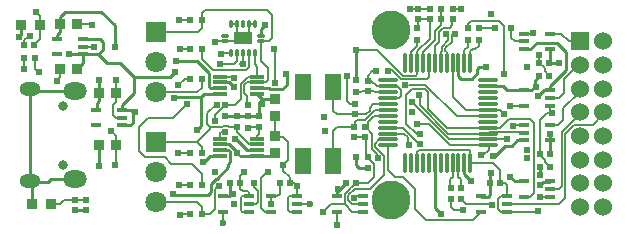
<source format=gbl>
%FSLAX44Y44*%
%MOMM*%
G71*
G01*
G75*
G04 Layer_Physical_Order=4*
G04 Layer_Color=16711680*
%ADD10R,0.7620X0.7620*%
%ADD11R,0.5000X0.2000*%
%ADD12R,0.7620X0.7620*%
%ADD13R,0.3000X0.3000*%
%ADD14R,1.3000X0.4500*%
%ADD15R,2.7940X0.7366*%
%ADD16R,0.6200X0.5700*%
%ADD17C,0.1500*%
%ADD18C,0.2540*%
%ADD19C,0.1524*%
%ADD20O,2.0000X1.4500*%
%ADD21O,1.8000X1.1500*%
%ADD22C,0.8000*%
%ADD23C,1.5240*%
%ADD24R,1.5240X1.5240*%
%ADD25C,1.8000*%
%ADD26R,1.8000X1.8000*%
%ADD27C,0.6100*%
%ADD28C,0.6000*%
%ADD29C,3.3000*%
%ADD30R,0.6000X0.5500*%
%ADD31R,0.9500X0.9500*%
%ADD32R,0.5500X0.6000*%
%ADD33R,0.9500X0.9500*%
%ADD34R,0.8500X0.3500*%
%ADD35R,1.5000X1.0000*%
%ADD36O,0.8000X0.3000*%
%ADD37O,0.3000X0.8000*%
%ADD38R,1.2500X0.3000*%
%ADD39O,0.3500X1.7500*%
%ADD40O,1.7500X0.3500*%
%ADD41R,0.9700X0.9600*%
%ADD42R,0.5700X0.6200*%
%ADD43R,1.4000X2.2000*%
D16*
X1675250Y1261050D02*
D03*
Y1251450D02*
D03*
X1684750Y1261050D02*
D03*
Y1251450D02*
D03*
X1632250D02*
D03*
Y1261050D02*
D03*
X1669480Y1116250D02*
D03*
Y1125850D02*
D03*
X1660730Y1116250D02*
D03*
Y1125850D02*
D03*
X1498250Y1177200D02*
D03*
Y1186800D02*
D03*
X1479417Y1177200D02*
D03*
Y1186800D02*
D03*
X1470000Y1196550D02*
D03*
Y1186950D02*
D03*
X1488833Y1196550D02*
D03*
Y1186950D02*
D03*
X1580250Y1207450D02*
D03*
Y1217050D02*
D03*
D17*
X1662250Y1277750D02*
X1669500D01*
X1661750Y1268750D02*
X1662250Y1269250D01*
X1661750Y1263500D02*
Y1268750D01*
X1660000Y1261750D02*
X1661750Y1263500D01*
X1654250Y1261750D02*
X1660000D01*
X1650500Y1258000D02*
X1654250Y1261750D01*
X1647730Y1259147D02*
X1652550Y1263967D01*
Y1269250D01*
X1647730Y1251480D02*
Y1259147D01*
X1637250Y1241000D02*
X1647730Y1251480D01*
X1650500Y1249750D02*
Y1258000D01*
X1637250Y1231750D02*
Y1241000D01*
X1647250Y1246500D02*
X1650500Y1249750D01*
X1647250Y1231750D02*
Y1246500D01*
X1712000Y1252780D02*
Y1261750D01*
Y1252780D02*
X1714750Y1250030D01*
X1709750Y1184500D02*
X1727750D01*
X1575500Y1196750D02*
X1580000D01*
X1572827Y1199423D02*
X1575500Y1196750D01*
X1572827Y1199423D02*
Y1221060D01*
X1659417Y1167000D02*
X1692000D01*
X1659415Y1167002D02*
X1659417Y1167000D01*
X1659415Y1167002D02*
Y1167473D01*
X1660500Y1162000D02*
X1692000D01*
X1642250Y1180250D02*
X1660500Y1162000D01*
X1632250Y1180250D02*
X1642250D01*
X1628079Y1198809D02*
X1659415Y1167473D01*
X1658805Y1172000D02*
X1692000D01*
X1634750Y1196055D02*
X1658805Y1172000D01*
X1657723Y1177000D02*
X1692000D01*
X1641730Y1192993D02*
X1657723Y1177000D01*
X1665750Y1187000D02*
X1692000D01*
X1634750Y1196055D02*
Y1204250D01*
X1618270Y1203520D02*
Y1209230D01*
X1634250Y1204750D02*
X1634750Y1204250D01*
X1702250Y1192000D02*
X1705500Y1188750D01*
X1692000Y1192000D02*
X1702250D01*
X1352000Y1116000D02*
X1352000Y1116000D01*
X1342500Y1116000D02*
X1352000D01*
X1570910Y1120827D02*
X1575363Y1125280D01*
X1570910Y1112090D02*
X1577270Y1105730D01*
X1579360Y1125280D02*
X1592280D01*
X1576850Y1112230D02*
X1586230D01*
X1573680Y1119600D02*
X1579360Y1125280D01*
X1573680Y1115400D02*
X1576850Y1112230D01*
X1570910Y1112090D02*
Y1120827D01*
X1573680Y1115400D02*
Y1119600D01*
X1578750Y1117500D02*
X1579980Y1118730D01*
X1586230D01*
X1576897Y1126770D02*
X1580320Y1130193D01*
X1576853Y1126770D02*
X1576897D01*
X1576590Y1126507D02*
X1576853Y1126770D01*
X1576590Y1126463D02*
Y1126507D01*
X1575407Y1125280D02*
X1576590Y1126463D01*
X1575363Y1125280D02*
X1575407D01*
X1592280D02*
X1604000Y1137000D01*
X1577270Y1105730D02*
X1586230D01*
X1580320Y1130193D02*
Y1130300D01*
X1590800D01*
X1616750Y1202000D02*
X1618270Y1203520D01*
X1607500Y1202000D02*
X1616750D01*
X1615500Y1212000D02*
X1618270Y1209230D01*
X1607500Y1212000D02*
X1615500D01*
X1590500Y1216750D02*
X1593250D01*
X1598000Y1212000D01*
X1607500D01*
X1572827Y1221060D02*
X1573687Y1221920D01*
X1632250Y1147250D02*
Y1156750D01*
X1677250Y1147250D02*
Y1157000D01*
X1676230Y1158020D02*
X1677250Y1157000D01*
X1736330Y1183080D02*
X1742250Y1189000D01*
X1735830Y1231670D02*
X1740250Y1227250D01*
Y1224817D02*
Y1227250D01*
Y1224817D02*
X1744330Y1220737D01*
Y1220630D02*
Y1220737D01*
X1735830Y1231670D02*
Y1231780D01*
X1736330Y1154170D02*
X1740750Y1149750D01*
Y1147617D02*
Y1149750D01*
Y1147617D02*
X1744830Y1143537D01*
Y1143430D02*
Y1143537D01*
X1736330Y1154170D02*
Y1154580D01*
X1620250Y1135250D02*
X1630500Y1125000D01*
X1613250Y1135250D02*
X1620250D01*
X1607500Y1141000D02*
X1613250Y1135250D01*
X1630500Y1108500D02*
Y1125000D01*
X1702240Y1130300D02*
Y1141260D01*
X1701000Y1108250D02*
Y1116750D01*
Y1108250D02*
X1703520Y1105730D01*
X1708150D01*
X1701000Y1116750D02*
X1702980Y1118730D01*
X1708150D01*
X1708500Y1119080D01*
X1736000Y1118000D02*
X1736430Y1118430D01*
X1745080D01*
X1713250Y1178250D02*
X1714247Y1179247D01*
X1722580D01*
X1702250Y1177000D02*
X1709750Y1184500D01*
X1692000Y1177000D02*
X1702250D01*
X1745080Y1189420D02*
X1745500Y1189000D01*
X1745080Y1189420D02*
Y1195713D01*
X1511250Y1243500D02*
X1512000Y1242750D01*
Y1215000D02*
Y1242750D01*
X1311500Y1224250D02*
X1312500D01*
X1309090Y1226660D02*
X1311500Y1224250D01*
X1309090Y1226660D02*
Y1235710D01*
X1303250Y1254500D02*
X1304750D01*
X1299750Y1251000D02*
X1303250Y1254500D01*
X1299750Y1246750D02*
Y1251000D01*
X1349250Y1245500D02*
X1358750D01*
X1359000Y1245250D01*
X1313150Y1251650D02*
Y1263500D01*
X1308250Y1246750D02*
X1313150Y1251650D01*
X1333000Y1116000D02*
X1342500D01*
X1329750Y1112750D02*
X1333000Y1116000D01*
X1322150Y1112750D02*
X1329750D01*
X1377580Y1162090D02*
Y1170170D01*
X1374000Y1173750D02*
X1377580Y1170170D01*
X1373000Y1173750D02*
X1374000D01*
X1377580Y1146830D02*
Y1162090D01*
X1482530Y1136030D02*
X1485750Y1139250D01*
X1482530Y1130300D02*
Y1136030D01*
Y1125470D02*
X1484500Y1123500D01*
X1482530Y1125470D02*
Y1130300D01*
X1484500Y1123500D02*
X1488500D01*
X1489710Y1122290D01*
Y1118870D02*
Y1122290D01*
X1484120Y1105870D02*
X1484125Y1105875D01*
X1483000Y1107000D02*
X1484125Y1105875D01*
X1483000Y1107000D02*
Y1117500D01*
X1484120Y1105870D02*
X1489710D01*
X1483000Y1117500D02*
X1484370Y1118870D01*
X1489710D01*
X1524440Y1130300D02*
Y1135060D01*
X1519000Y1140500D02*
X1524440Y1135060D01*
X1519000Y1140500D02*
Y1145250D01*
X1508350Y1118870D02*
X1508480Y1119000D01*
X1513750D01*
X1515940Y1121190D01*
Y1130300D01*
X1523000Y1117750D02*
X1524120Y1118870D01*
X1523000Y1107250D02*
Y1117750D01*
Y1107250D02*
X1524380Y1105870D01*
X1530350D01*
X1524120Y1118870D02*
X1530350D01*
Y1127900D01*
X1527950Y1130300D02*
X1530350Y1127900D01*
X1524440Y1130300D02*
X1527950D01*
X1519000Y1145250D02*
Y1145750D01*
X1522750Y1149500D01*
Y1165000D01*
X1518500Y1169250D02*
X1522750Y1165000D01*
X1512250Y1169250D02*
X1518500D01*
X1511750Y1169750D02*
X1512250Y1169250D01*
X1511750Y1169750D02*
Y1186500D01*
X1476250Y1220250D02*
X1477250Y1219250D01*
X1465210Y1220250D02*
X1476250D01*
X1460750Y1249750D02*
X1461000Y1250000D01*
X1470000D01*
X1480000Y1257500D02*
X1485000Y1252500D01*
X1480000Y1257500D02*
Y1265000D01*
X1485000Y1252500D02*
X1490000Y1257500D01*
Y1265000D01*
X1475000D02*
X1480000D01*
X1490000D02*
X1495000D01*
X1482500Y1250000D02*
X1485000Y1252500D01*
X1470000Y1250000D02*
X1482500D01*
X1377580Y1206500D02*
Y1217420D01*
Y1199080D02*
Y1206500D01*
X1375000Y1196500D02*
X1377580Y1199080D01*
X1375000Y1188000D02*
Y1196500D01*
Y1188000D02*
X1377500Y1185500D01*
X1382500D01*
X1327000Y1216500D02*
X1330000Y1219500D01*
Y1227000D01*
X1299490Y1226760D02*
X1299500Y1226750D01*
X1299490Y1226760D02*
Y1235710D01*
X1299750Y1235970D01*
X1356500Y1264500D02*
X1356750Y1264250D01*
X1344500Y1264500D02*
X1356500D01*
X1310000Y1275000D02*
X1313150Y1271850D01*
Y1263500D02*
Y1271850D01*
X1462571Y1196558D02*
Y1197308D01*
X1465500Y1231000D02*
X1477250D01*
X1482250D02*
X1485000Y1233750D01*
Y1240000D01*
X1466000Y1239250D02*
X1466750Y1240000D01*
X1475000D01*
X1490000Y1228250D02*
Y1240000D01*
X1402000Y1151750D02*
X1418500D01*
X1470000Y1196550D02*
X1478050D01*
X1449800Y1210800D02*
Y1218500D01*
X1446202Y1207202D02*
X1449800Y1210800D01*
X1396500Y1157250D02*
Y1177250D01*
Y1157250D02*
X1402000Y1151750D01*
X1418500D02*
X1424000Y1146250D01*
X1441250D01*
X1449800Y1137700D01*
Y1128750D02*
Y1137700D01*
Y1243500D02*
X1450050Y1243250D01*
X1495000Y1230500D02*
Y1240000D01*
X1509750Y1252500D02*
Y1272250D01*
X1505000Y1277000D02*
X1509750Y1272250D01*
X1453000Y1277000D02*
X1505000D01*
X1449800Y1268250D02*
Y1273800D01*
X1453000Y1277000D01*
X1507250Y1250000D02*
X1509750Y1252500D01*
X1500000Y1250000D02*
X1507250D01*
X1500000Y1233250D02*
X1506000Y1227250D01*
Y1217000D02*
Y1227250D01*
X1504250Y1215250D02*
X1506000Y1217000D01*
X1496790Y1215250D02*
X1504250D01*
X1500000Y1233250D02*
Y1250000D01*
X1449800Y1103500D02*
Y1109950D01*
X1445550Y1114200D02*
X1449800Y1109950D01*
X1411054Y1114200D02*
X1445550D01*
X1411054Y1165000D02*
X1445750D01*
X1449800Y1160950D01*
Y1155750D02*
Y1160950D01*
X1411054Y1258002D02*
X1411056Y1258000D01*
X1446500D01*
X1449800Y1261300D01*
Y1268250D01*
X1430500Y1268500D02*
X1430750Y1268250D01*
X1440200D01*
X1431250Y1243500D02*
X1440200D01*
X1439700Y1155250D02*
X1440200Y1155750D01*
X1429750Y1155250D02*
X1439700D01*
X1430750Y1128750D02*
X1440200D01*
X1431500Y1103000D02*
X1432000Y1103500D01*
X1440200D01*
X1464250Y1128000D02*
X1464500D01*
X1461250Y1125000D02*
X1464250Y1128000D01*
X1461250Y1108000D02*
Y1125000D01*
X1456750Y1103500D02*
X1461250Y1108000D01*
X1449800Y1103500D02*
X1456750D01*
X1677750Y1267250D02*
X1701500D01*
X1675250Y1264750D02*
X1677750Y1267250D01*
X1675250Y1261050D02*
Y1264750D01*
X1684750Y1261050D02*
X1684800Y1261000D01*
X1698250D01*
X1673730Y1112000D02*
X1695000D01*
X1669480Y1116250D02*
X1673730Y1112000D01*
X1695000D02*
X1695250Y1111750D01*
X1662250Y1135500D02*
Y1147250D01*
X1660500Y1133750D02*
X1662250Y1135500D01*
X1660500Y1126080D02*
Y1133750D01*
X1669480Y1125850D02*
Y1133270D01*
X1667250Y1135500D02*
X1669480Y1133270D01*
X1667250Y1135500D02*
Y1147250D01*
X1660500Y1126080D02*
X1660730Y1125850D01*
X1489450Y1177200D02*
X1498250D01*
X1488750Y1176500D02*
X1489450Y1177200D01*
X1607500Y1225750D02*
X1607750Y1225500D01*
X1611332D01*
X1642250Y1219500D02*
Y1231750D01*
X1488520Y1196863D02*
X1488833Y1196550D01*
X1496790Y1167750D02*
Y1170290D01*
X1498250Y1171750D01*
Y1177200D01*
X1647250Y1231750D02*
X1647770Y1232270D01*
X1675250Y1245500D02*
Y1251450D01*
X1672250Y1242500D02*
X1675250Y1245500D01*
X1684250Y1250950D02*
X1684750Y1251450D01*
X1684250Y1246250D02*
Y1250950D01*
X1681500Y1243500D02*
X1684250Y1246250D01*
X1679250Y1243500D02*
X1681500D01*
X1677250Y1241500D02*
X1679250Y1243500D01*
X1677250Y1231750D02*
Y1241500D01*
X1620500Y1177000D02*
X1634250Y1163250D01*
X1607500Y1141000D02*
Y1162000D01*
X1561000Y1174000D02*
X1564250Y1177250D01*
X1561000Y1148750D02*
Y1174000D01*
Y1191500D02*
Y1211750D01*
Y1191500D02*
X1564250Y1188250D01*
X1580000D01*
X1596000Y1187000D02*
X1607500D01*
X1588250Y1183250D02*
X1597000Y1192000D01*
X1607500D01*
X1580000Y1188250D02*
X1589250D01*
X1592000Y1191000D01*
Y1193750D01*
X1595250Y1197000D01*
X1607500D01*
X1580250Y1207450D02*
X1580700Y1207000D01*
X1584750D01*
X1586000Y1208250D01*
X1590500D01*
X1590500Y1208250D01*
X1595000D01*
X1596250Y1207000D01*
X1607500D01*
X1627250Y1231750D02*
Y1241250D01*
X1672250Y1231750D02*
Y1242500D01*
X1621583Y1172000D02*
X1624750Y1168833D01*
Y1162500D02*
Y1168833D01*
X1607500Y1172000D02*
X1621583D01*
X1634250Y1162000D02*
Y1163250D01*
X1607500Y1177000D02*
X1620500D01*
X1624750Y1162500D02*
X1625250Y1162000D01*
X1493750Y1126750D02*
X1497500Y1123000D01*
X1495620Y1112370D02*
X1497500Y1114250D01*
X1489710Y1112370D02*
X1495620D01*
X1493750Y1126750D02*
Y1130250D01*
X1503630Y1105870D02*
X1508350D01*
X1500500Y1109000D02*
X1503630Y1105870D01*
X1505500Y1139500D02*
X1506250D01*
X1500500Y1134500D02*
X1505500Y1139500D01*
X1607250Y1167250D02*
X1607500Y1167000D01*
X1723043Y1195750D02*
X1723080Y1195713D01*
X1711000Y1195750D02*
X1723043D01*
X1707750Y1166750D02*
X1708000D01*
X1707500Y1167000D02*
X1707750Y1166750D01*
X1692000Y1167000D02*
X1707500D01*
X1708150Y1112230D02*
X1751980D01*
X1722327Y1173000D02*
X1722580Y1172747D01*
X1467710Y1105870D02*
X1467750Y1105830D01*
Y1096500D02*
Y1105830D01*
X1530350Y1112370D02*
X1530480Y1112500D01*
X1541750D01*
X1564230Y1105730D02*
X1564500Y1105460D01*
Y1094750D02*
Y1105460D01*
X1765390Y1179640D02*
X1781110D01*
X1790000Y1188250D02*
Y1190000D01*
X1781250Y1179500D02*
X1790000Y1188250D01*
X1781110Y1179640D02*
X1781250Y1179500D01*
X1751747Y1179247D02*
X1756000Y1183500D01*
X1744580Y1179247D02*
X1751747D01*
X1754730Y1173313D02*
X1770000Y1188583D01*
Y1190000D01*
X1757500Y1171750D02*
X1765390Y1179640D01*
X1745080Y1124930D02*
X1752430D01*
X1768250Y1230000D02*
X1770000D01*
X1744580Y1256530D02*
X1744860Y1256250D01*
X1754250D01*
X1760500Y1250000D01*
X1770000D01*
X1478050Y1196550D02*
X1482750Y1201250D01*
X1590500Y1216750D02*
Y1221000D01*
X1594250Y1224750D01*
X1597750D01*
X1580500Y1243000D02*
X1598250D01*
X1630980Y1220980D02*
X1632250Y1222250D01*
Y1231750D01*
X1580000Y1177250D02*
Y1181500D01*
X1581750Y1183250D01*
X1588250D01*
X1564250Y1177250D02*
X1580000D01*
Y1168750D02*
X1580000Y1168750D01*
X1598250Y1243000D02*
X1620270Y1220980D01*
X1630980D01*
X1611332Y1225500D02*
X1618622Y1218210D01*
X1632000Y1171250D02*
X1634500D01*
X1632250Y1156750D02*
X1633520Y1158020D01*
X1676230D01*
X1589000Y1153050D02*
X1590300Y1151750D01*
X1589000Y1153050D02*
Y1168750D01*
X1580000D02*
X1589000D01*
X1590750Y1181750D02*
X1596000Y1187000D01*
X1559340Y1112090D02*
X1570910D01*
X1552750Y1105500D02*
X1559340Y1112090D01*
X1590300Y1151700D02*
Y1151750D01*
X1590800Y1130300D02*
X1595750Y1135250D01*
Y1146250D01*
X1590300Y1151700D02*
X1595750Y1146250D01*
X1588500Y1177250D02*
X1588607D01*
X1596730Y1160439D02*
Y1163562D01*
X1588607Y1177250D02*
X1593960Y1171897D01*
Y1159291D02*
Y1171897D01*
Y1159291D02*
X1598250Y1155001D01*
X1596730Y1163562D02*
X1600418Y1167250D01*
X1607250D01*
X1598250Y1151000D02*
X1598500D01*
X1598750Y1151250D01*
X1600849Y1156320D02*
X1600850D01*
X1596730Y1160439D02*
X1600849Y1156320D01*
X1600850D02*
X1604000Y1153170D01*
Y1137000D02*
Y1153170D01*
X1590750Y1177250D02*
Y1181750D01*
X1639250Y1213500D02*
X1665750Y1187000D01*
X1641730Y1192993D02*
Y1206770D01*
X1625000Y1213500D02*
X1639250D01*
X1627820Y1209820D02*
X1638680D01*
X1641730Y1206770D01*
X1622930Y1204930D02*
X1627820Y1209820D01*
X1622930Y1180320D02*
X1632000Y1171250D01*
X1622930Y1180320D02*
Y1204930D01*
X1598250Y1151000D02*
Y1155001D01*
X1497500Y1114250D02*
Y1123000D01*
X1500500Y1109000D02*
Y1134500D01*
X1508350Y1112900D02*
Y1118870D01*
Y1112900D02*
X1508500Y1112750D01*
X1449800Y1235450D02*
Y1243500D01*
Y1235450D02*
X1459750Y1225500D01*
X1435511Y1218500D02*
X1440200D01*
X1430070Y1213059D02*
X1435511Y1218500D01*
X1377500Y1217500D02*
X1377580Y1217420D01*
X1396500Y1177250D02*
X1404250Y1185000D01*
X1425250D01*
X1495000Y1230500D02*
X1497000Y1228500D01*
X1496790Y1220250D02*
X1497000Y1220460D01*
X1477250Y1231000D02*
X1480000Y1233750D01*
Y1240000D01*
X1497000Y1220460D02*
Y1228500D01*
X1459750Y1225500D02*
X1487250D01*
X1490000Y1228250D01*
X1485750Y1206250D02*
Y1212750D01*
X1488250Y1215250D01*
X1496790D01*
X1482750Y1201250D02*
Y1213750D01*
X1489250Y1220250D01*
X1496790D01*
X1488520Y1196863D02*
Y1203480D01*
X1485750Y1206250D02*
X1488520Y1203480D01*
X1454500Y1189237D02*
X1462571Y1197308D01*
X1454500Y1180000D02*
Y1189237D01*
Y1180000D02*
X1457625Y1176875D01*
X1445750Y1165000D02*
X1457625Y1176875D01*
X1461000Y1187550D02*
X1470000Y1196550D01*
X1461000Y1182250D02*
Y1187550D01*
X1457950Y1177200D02*
X1457970Y1177180D01*
X1479397D02*
X1479417Y1177200D01*
X1490250Y1162750D02*
X1496790D01*
X1677250Y1147250D02*
X1696250D01*
X1702240Y1141260D01*
X1735830Y1231780D02*
Y1238420D01*
X1770000Y1207551D02*
Y1210000D01*
X1756000Y1183500D02*
Y1193550D01*
X1770000Y1207551D01*
X1745080Y1202213D02*
X1752213D01*
X1756750Y1206750D01*
Y1218500D01*
X1768250Y1230000D01*
X1686500Y1153500D02*
X1688000D01*
X1693000Y1158500D01*
Y1161000D01*
X1692000Y1162000D02*
X1693000Y1161000D01*
X1708000Y1166750D02*
X1708083Y1166833D01*
Y1167557D01*
X1692000Y1172000D02*
X1693000Y1173000D01*
X1722327D01*
X1742250Y1189000D02*
X1745500D01*
X1745558Y1189058D01*
X1746585D01*
X1660730Y1110020D02*
Y1116250D01*
Y1110020D02*
X1663500Y1107250D01*
X1671000D01*
X1479417Y1173583D02*
Y1177200D01*
Y1173583D02*
X1490250Y1162750D01*
X1457970Y1177180D02*
X1466760D01*
X1467900Y1178320D01*
X1472100D01*
X1473240Y1177180D01*
X1479397D01*
X1465210Y1167750D02*
Y1172210D01*
X1466250Y1173250D01*
X1470000D01*
X1708150Y1105730D02*
X1733730D01*
X1734500Y1106500D01*
X1702240Y1130300D02*
X1706450D01*
X1708500Y1128250D01*
Y1119080D02*
Y1128250D01*
X1376500Y1145750D02*
X1377580Y1146830D01*
X1411054Y1207202D02*
X1446202D01*
X1425250Y1185000D02*
X1437250Y1197000D01*
X1618622Y1218210D02*
X1640960D01*
X1642250Y1219500D01*
X1632250Y1246250D02*
Y1251450D01*
X1627250Y1241250D02*
X1632250Y1246250D01*
Y1231750D02*
Y1241750D01*
X1734750Y1239500D02*
X1736500D01*
X1734750D02*
X1735830Y1238420D01*
Y1238830D02*
X1736500Y1239500D01*
X1722580Y1256530D02*
X1730280D01*
X1730500Y1256750D01*
X1626500Y1277750D02*
X1632750D01*
X1642950Y1252450D02*
Y1269250D01*
X1632250Y1241750D02*
X1642950Y1252450D01*
X1632750Y1269250D02*
X1642950D01*
X1632750Y1261550D02*
Y1269250D01*
X1632250Y1261050D02*
X1632750Y1261550D01*
X1633000Y1277500D02*
X1642950D01*
X1632750Y1277750D02*
X1633000Y1277500D01*
X1652550Y1269250D02*
Y1277500D01*
X1714750Y1250030D02*
X1722580D01*
X1705750Y1222250D02*
Y1263000D01*
X1701500Y1267250D02*
X1705750Y1263000D01*
X1640070Y1098930D02*
X1679350D01*
X1630500Y1108500D02*
X1640070Y1098930D01*
X1679350D02*
X1686150Y1105730D01*
X1751980Y1112230D02*
X1757500Y1117750D01*
X1752430Y1124930D02*
X1754730Y1127230D01*
X1757500Y1117750D02*
Y1171750D01*
X1754730Y1127230D02*
Y1173313D01*
X1723080Y1118430D02*
X1728180D01*
X1731265Y1121515D01*
X1727750Y1184500D02*
X1731265Y1180985D01*
X1736330Y1154580D02*
Y1183080D01*
X1731265Y1121515D02*
Y1180985D01*
X1662250Y1210500D02*
Y1231750D01*
X1673500Y1192000D02*
X1692000D01*
X1662250Y1203250D02*
X1673500Y1192000D01*
X1662250Y1203250D02*
Y1210500D01*
X1662250Y1210500D01*
D18*
X1744580Y1154830D02*
X1744830Y1154580D01*
X1744580Y1154830D02*
Y1166247D01*
X1723080Y1208713D02*
X1728963D01*
X1731750Y1211500D01*
Y1216550D02*
X1735830Y1220630D01*
X1304900Y1131890D02*
Y1209390D01*
X1479417Y1186800D02*
X1498250D01*
X1330000Y1258250D02*
Y1264500D01*
X1327250Y1255500D02*
X1330000Y1258250D01*
X1327250Y1252000D02*
Y1255500D01*
X1349250Y1239000D02*
X1362500D01*
X1337500D02*
X1349250D01*
X1296850Y1255850D02*
Y1263500D01*
X1304900Y1209390D02*
X1306400Y1207890D01*
X1342900D01*
X1305850Y1130940D02*
X1306040Y1130750D01*
X1304900Y1131890D02*
X1305850Y1130940D01*
X1306040Y1130750D02*
X1320000D01*
X1322640Y1133390D01*
X1342900D01*
X1305850Y1112750D02*
Y1130940D01*
X1470150Y1186800D02*
X1479417D01*
X1470000Y1186950D02*
X1470150Y1186800D01*
X1498000Y1187050D02*
X1498250Y1186800D01*
X1496790Y1205250D02*
X1501040Y1201000D01*
X1344500Y1227000D02*
X1349250Y1231750D01*
Y1239000D01*
X1382500Y1179000D02*
X1389500D01*
X1391500Y1181000D01*
Y1190250D01*
X1389750Y1192000D02*
X1391500Y1190250D01*
X1382500Y1192000D02*
X1389750D01*
X1382500Y1192000D02*
X1382500Y1192000D01*
X1391500Y1190250D02*
X1392750D01*
X1393000Y1190500D01*
X1342500Y1107500D02*
X1352250D01*
X1352250Y1107500D01*
X1496790Y1152750D02*
X1509250D01*
X1511750Y1155250D01*
X1482250Y1152750D02*
X1496790D01*
X1465210Y1215250D02*
X1473345D01*
X1474935Y1213660D01*
X1475090D01*
X1477500Y1211250D01*
X1580250Y1217050D02*
Y1242750D01*
X1580500Y1243000D01*
X1500000Y1255000D02*
Y1260250D01*
X1503500Y1263750D01*
X1363080Y1199580D02*
Y1206500D01*
X1361000Y1197500D02*
X1363080Y1199580D01*
X1361000Y1192500D02*
Y1197500D01*
X1360500Y1192000D02*
X1361000Y1192500D01*
X1363080Y1144580D02*
Y1162090D01*
X1363000Y1144500D02*
X1363080Y1144580D01*
Y1206500D02*
Y1216830D01*
X1363250Y1217000D01*
X1457500Y1210250D02*
X1465210D01*
X1456000Y1211750D02*
X1457500Y1210250D01*
X1456000Y1211750D02*
Y1223250D01*
X1445750Y1233500D02*
X1456000Y1223250D01*
X1428250Y1233500D02*
X1445750D01*
X1423010Y1220000D02*
X1427320Y1224310D01*
X1362500Y1239000D02*
X1366250Y1242750D01*
X1349250Y1252000D02*
X1363500D01*
X1366250Y1249250D01*
Y1242750D02*
Y1249250D01*
X1382500Y1192000D02*
Y1196000D01*
X1392750Y1220000D02*
X1423010D01*
X1362500Y1239000D02*
X1369500Y1232000D01*
X1380750D01*
X1392750Y1220000D01*
Y1206250D02*
Y1220000D01*
X1382500Y1196000D02*
X1392750Y1206250D01*
X1693740Y1119990D02*
Y1130300D01*
X1692250Y1118500D02*
X1693740Y1119990D01*
X1686380Y1118500D02*
X1692250D01*
X1686150Y1118730D02*
X1686380Y1118500D01*
X1736330Y1136580D02*
Y1143430D01*
X1715070Y1131430D02*
X1723080D01*
X1711250Y1135250D02*
X1715070Y1131430D01*
X1693740Y1130300D02*
Y1137740D01*
X1694750Y1138750D01*
X1330000Y1264500D02*
Y1270500D01*
X1334500Y1275000D01*
X1501040Y1201000D02*
X1511750D01*
X1456500Y1152750D02*
X1465210D01*
X1451556Y1147806D02*
X1456500Y1152750D01*
X1451321Y1147806D02*
X1451556D01*
X1449590Y1178590D02*
Y1202590D01*
X1446000Y1175000D02*
X1449590Y1178590D01*
X1376250Y1245000D02*
Y1263500D01*
X1364750Y1275000D02*
X1376250Y1263500D01*
X1334500Y1275000D02*
X1364750D01*
X1449590Y1202590D02*
X1452250Y1205250D01*
X1465210D01*
X1498000Y1187050D02*
Y1197960D01*
X1501040Y1201000D01*
X1467710Y1118870D02*
X1472620D01*
X1474030Y1120280D01*
X1488250Y1157750D02*
X1496790D01*
X1455500Y1120250D02*
X1457960Y1122710D01*
Y1129365D02*
X1462185Y1133590D01*
X1457960Y1122710D02*
Y1129365D01*
X1462185Y1133590D02*
X1462496D01*
X1426500Y1120250D02*
X1455500D01*
X1426000Y1120750D02*
X1426500Y1120250D01*
X1474030Y1120280D02*
Y1130300D01*
X1564230Y1118730D02*
Y1122710D01*
X1672250Y1137500D02*
Y1147250D01*
Y1137500D02*
X1677500Y1132250D01*
X1517910Y1209410D02*
X1522000Y1213500D01*
Y1222250D01*
X1521500Y1222750D02*
X1522000Y1222250D01*
X1496790Y1210250D02*
X1506660D01*
X1507500Y1209410D01*
X1517910D01*
X1744580Y1166247D02*
Y1171830D01*
X1744750Y1172000D01*
X1744330Y1231780D02*
X1744580Y1232030D01*
X1745080Y1208713D02*
Y1212038D01*
X1744580Y1232030D02*
Y1243530D01*
X1717247Y1166247D02*
X1722580D01*
X1712750Y1161750D02*
X1717247Y1166247D01*
X1706435Y1161840D02*
X1711065D01*
X1711156Y1161750D02*
X1712750D01*
X1711065Y1161840D02*
X1711156Y1161750D01*
X1696250Y1153250D02*
X1697845D01*
X1706435Y1161840D01*
X1739713Y1208713D02*
X1745080D01*
X1734750Y1203750D02*
X1739713Y1208713D01*
X1736306Y1136555D02*
X1736335D01*
X1744615Y1130965D02*
X1745080Y1131430D01*
X1738642Y1130965D02*
X1744615D01*
X1736306Y1136555D02*
X1736330Y1136580D01*
X1583250Y1142750D02*
X1590500D01*
X1580700Y1145300D02*
X1583250Y1142750D01*
X1580700Y1145300D02*
Y1151750D01*
X1722580Y1243530D02*
X1728030D01*
X1733500Y1249000D01*
X1750500D01*
X1744330Y1231780D02*
X1750780D01*
X1751000Y1232000D01*
X1745080Y1212038D02*
X1758500Y1225458D01*
Y1241000D01*
X1750500Y1249000D02*
X1758500Y1241000D01*
X1472500Y1146500D02*
X1474160Y1148160D01*
X1472500Y1143595D02*
Y1146500D01*
X1462496Y1133590D02*
X1472500Y1143595D01*
X1465210Y1162750D02*
X1465210Y1162750D01*
X1477750Y1167250D02*
X1478750D01*
X1488250Y1157750D01*
X1465210Y1162750D02*
X1473138D01*
X1479750Y1156138D01*
X1465210Y1157750D02*
X1472750D01*
X1474160Y1156340D01*
Y1148160D02*
Y1156340D01*
X1426820Y1201809D02*
X1427601Y1202590D01*
X1449590D01*
X1731750Y1211500D02*
Y1216550D01*
X1669250Y1218500D02*
X1678500D01*
X1692000Y1212000D02*
X1705250D01*
X1708537Y1208713D01*
X1723080D01*
X1564230Y1122710D02*
X1571820Y1130300D01*
X1678500Y1218500D02*
X1682875Y1222875D01*
X1684750Y1228750D02*
X1690250D01*
X1682875Y1226875D02*
X1684750Y1228750D01*
X1682875Y1222875D02*
Y1226875D01*
X1647250Y1109000D02*
X1652250Y1104000D01*
X1647250Y1109000D02*
Y1147250D01*
X1736000Y1128323D02*
X1738642Y1130965D01*
X1667250Y1220500D02*
X1669250Y1218500D01*
X1667250Y1220500D02*
Y1231750D01*
D19*
X1652250D02*
Y1241311D01*
X1653226Y1242287D01*
Y1245512D01*
X1658702Y1250988D01*
Y1255750D01*
X1656414Y1256250D02*
X1658202D01*
X1658702Y1255750D01*
X1657250Y1231750D02*
Y1241311D01*
X1656274Y1242287D02*
Y1244250D01*
Y1242287D02*
X1657250Y1241311D01*
X1656274Y1244250D02*
X1661750Y1249726D01*
Y1255750D01*
X1662250Y1256250D01*
X1664038D01*
D20*
X1342900Y1207890D02*
D03*
Y1133390D02*
D03*
D21*
X1304900Y1209390D02*
D03*
Y1131890D02*
D03*
D22*
X1332400Y1195640D02*
D03*
Y1145640D02*
D03*
D23*
X1790000Y1110000D02*
D03*
X1770000D02*
D03*
X1790000Y1130000D02*
D03*
X1770000D02*
D03*
X1790000Y1150000D02*
D03*
X1770000D02*
D03*
X1790000Y1170000D02*
D03*
X1770000D02*
D03*
X1790000Y1190000D02*
D03*
X1770000D02*
D03*
X1790000Y1210000D02*
D03*
X1770000D02*
D03*
X1790000Y1230000D02*
D03*
X1770000D02*
D03*
X1790000Y1250000D02*
D03*
D24*
X1770000D02*
D03*
D25*
X1411054Y1207202D02*
D03*
Y1232602D02*
D03*
Y1114200D02*
D03*
Y1139600D02*
D03*
D26*
Y1258002D02*
D03*
Y1165000D02*
D03*
D27*
X1669500Y1277750D02*
D03*
X1705500Y1188750D02*
D03*
X1352000Y1116000D02*
D03*
X1578750Y1117500D02*
D03*
X1572827Y1221060D02*
D03*
X1553500Y1186250D02*
D03*
X1554250Y1173750D02*
D03*
X1736000Y1118000D02*
D03*
X1713250Y1178250D02*
D03*
X1512000Y1215000D02*
D03*
X1359000Y1245250D02*
D03*
X1337500Y1239000D02*
D03*
X1294813Y1253811D02*
D03*
X1304750Y1254500D02*
D03*
X1376500Y1145750D02*
D03*
X1530350Y1127900D02*
D03*
X1519000Y1145250D02*
D03*
X1477250Y1219250D02*
D03*
X1460750Y1249750D02*
D03*
X1327000Y1216500D02*
D03*
X1299500Y1226750D02*
D03*
X1356750Y1264250D02*
D03*
X1310000Y1275000D02*
D03*
X1312500Y1224250D02*
D03*
X1511250Y1243500D02*
D03*
X1465500Y1231000D02*
D03*
X1466000Y1239250D02*
D03*
X1430500Y1268500D02*
D03*
X1431250Y1243500D02*
D03*
X1429750Y1155250D02*
D03*
X1430750Y1128750D02*
D03*
X1431500Y1103000D02*
D03*
X1464500Y1128000D02*
D03*
X1698250Y1261000D02*
D03*
X1671000Y1107250D02*
D03*
X1695250Y1111750D02*
D03*
X1488750Y1176500D02*
D03*
X1607500Y1224750D02*
D03*
X1695000Y1273500D02*
D03*
X1711000Y1195750D02*
D03*
X1590500Y1142750D02*
D03*
X1625250Y1162000D02*
D03*
X1493750Y1130250D02*
D03*
X1506250Y1139500D02*
D03*
X1564500Y1094750D02*
D03*
X1393000Y1190500D02*
D03*
X1352250Y1107500D02*
D03*
X1477500Y1211250D02*
D03*
X1501250Y1196750D02*
D03*
X1479750Y1155250D02*
D03*
X1460750Y1139750D02*
D03*
X1597750Y1224750D02*
D03*
X1580500Y1243000D02*
D03*
X1503500Y1263750D02*
D03*
X1622079Y1213059D02*
D03*
X1634500Y1171250D02*
D03*
X1628000Y1190340D02*
D03*
X1632250Y1180250D02*
D03*
X1634830Y1163307D02*
D03*
X1552750Y1105500D02*
D03*
X1598750Y1151250D02*
D03*
X1634250Y1204750D02*
D03*
X1628079Y1198809D02*
D03*
X1363000Y1144500D02*
D03*
X1363250Y1217000D02*
D03*
X1477000Y1112000D02*
D03*
X1508500Y1112750D02*
D03*
X1426000Y1120750D02*
D03*
X1428250Y1233500D02*
D03*
X1377500Y1217500D02*
D03*
X1732750Y1211750D02*
D03*
X1711250Y1135250D02*
D03*
X1376250Y1245000D02*
D03*
X1446000Y1175000D02*
D03*
X1451321Y1147806D02*
D03*
X1461000Y1182250D02*
D03*
X1476750Y1121250D02*
D03*
X1485750Y1139250D02*
D03*
X1677500Y1132250D02*
D03*
X1686500Y1153500D02*
D03*
X1694750Y1138750D02*
D03*
X1521500Y1222750D02*
D03*
X1744750Y1172000D02*
D03*
X1696250Y1153250D02*
D03*
X1708083Y1167557D02*
D03*
X1734750Y1203750D02*
D03*
X1746585Y1189058D02*
D03*
X1736335Y1136555D02*
D03*
X1752000Y1232000D02*
D03*
X1477750Y1167250D02*
D03*
X1470000Y1173250D02*
D03*
X1734500Y1106500D02*
D03*
X1373000Y1173750D02*
D03*
X1462571Y1196558D02*
D03*
X1427320Y1224310D02*
D03*
X1430070Y1213059D02*
D03*
X1426820Y1201809D02*
D03*
X1437250Y1197000D02*
D03*
X1735830Y1238830D02*
D03*
X1725500Y1228750D02*
D03*
X1705750Y1222250D02*
D03*
X1730500Y1256750D02*
D03*
X1626500Y1277750D02*
D03*
X1484500Y1231000D02*
D03*
X1656414Y1256250D02*
D03*
X1664038D02*
D03*
X1690250Y1228750D02*
D03*
X1712000Y1261750D02*
D03*
X1652250Y1104000D02*
D03*
X1736335Y1128323D02*
D03*
X1725500Y1158500D02*
D03*
X1725364Y1151130D02*
D03*
D28*
X1541750Y1112500D02*
D03*
X1467750Y1096500D02*
D03*
X1565000Y1124750D02*
D03*
D29*
X1610000Y1115500D02*
D03*
Y1260000D02*
D03*
D30*
X1662250Y1269250D02*
D03*
Y1277750D02*
D03*
X1590500Y1216750D02*
D03*
Y1208250D02*
D03*
X1579250Y1177250D02*
D03*
Y1168750D02*
D03*
X1580000Y1188250D02*
D03*
Y1196750D02*
D03*
X1588500Y1177250D02*
D03*
Y1168750D02*
D03*
X1632750Y1269250D02*
D03*
Y1277750D02*
D03*
X1342500Y1107500D02*
D03*
Y1116000D02*
D03*
D31*
X1363080Y1162090D02*
D03*
X1377580D02*
D03*
X1363080Y1206500D02*
D03*
X1377580D02*
D03*
X1344500Y1227000D02*
D03*
X1330000D02*
D03*
Y1264500D02*
D03*
X1344500D02*
D03*
D32*
X1736330Y1154580D02*
D03*
X1744830D02*
D03*
X1702240Y1130300D02*
D03*
X1693740D02*
D03*
X1524440D02*
D03*
X1515940D02*
D03*
X1580320D02*
D03*
X1571820D02*
D03*
X1482530D02*
D03*
X1474030D02*
D03*
X1299750Y1246750D02*
D03*
X1308250D02*
D03*
X1736330Y1143430D02*
D03*
X1744830D02*
D03*
X1744330Y1220630D02*
D03*
X1735830D02*
D03*
Y1231780D02*
D03*
X1744330D02*
D03*
D33*
X1511750Y1201000D02*
D03*
Y1186500D02*
D03*
Y1155250D02*
D03*
Y1169750D02*
D03*
D34*
X1360500Y1192000D02*
D03*
Y1179000D02*
D03*
X1382500D02*
D03*
Y1185500D02*
D03*
Y1192000D02*
D03*
X1686150Y1118730D02*
D03*
Y1105730D02*
D03*
X1708150D02*
D03*
Y1112230D02*
D03*
Y1118730D02*
D03*
X1467710Y1118870D02*
D03*
Y1105870D02*
D03*
X1489710D02*
D03*
Y1112370D02*
D03*
Y1118870D02*
D03*
X1564230Y1118730D02*
D03*
Y1105730D02*
D03*
X1586230D02*
D03*
Y1112230D02*
D03*
Y1118730D02*
D03*
X1327250Y1252000D02*
D03*
Y1239000D02*
D03*
X1349250D02*
D03*
Y1245500D02*
D03*
Y1252000D02*
D03*
X1723080Y1208713D02*
D03*
Y1195713D02*
D03*
X1745080D02*
D03*
Y1202213D02*
D03*
Y1208713D02*
D03*
X1723080Y1131430D02*
D03*
Y1118430D02*
D03*
X1745080D02*
D03*
Y1124930D02*
D03*
Y1131430D02*
D03*
X1744580Y1243530D02*
D03*
Y1256530D02*
D03*
X1722580D02*
D03*
Y1250030D02*
D03*
Y1243530D02*
D03*
X1744580Y1166247D02*
D03*
Y1179247D02*
D03*
X1722580D02*
D03*
Y1172747D02*
D03*
Y1166247D02*
D03*
X1508350Y1118870D02*
D03*
Y1105870D02*
D03*
X1530350D02*
D03*
Y1112370D02*
D03*
Y1118870D02*
D03*
D35*
X1485000Y1252500D02*
D03*
D36*
X1500000Y1250000D02*
D03*
Y1255000D02*
D03*
X1470000D02*
D03*
Y1250000D02*
D03*
D37*
X1495000Y1265000D02*
D03*
X1490000D02*
D03*
X1485000D02*
D03*
X1480000D02*
D03*
X1475000D02*
D03*
Y1240000D02*
D03*
X1480000D02*
D03*
X1485000D02*
D03*
X1490000D02*
D03*
X1495000D02*
D03*
D38*
X1465210Y1152750D02*
D03*
Y1157750D02*
D03*
Y1162750D02*
D03*
Y1167750D02*
D03*
X1496790Y1152750D02*
D03*
Y1157750D02*
D03*
Y1162750D02*
D03*
Y1167750D02*
D03*
X1465210Y1205250D02*
D03*
Y1210250D02*
D03*
Y1215250D02*
D03*
Y1220250D02*
D03*
X1496790Y1205250D02*
D03*
Y1210250D02*
D03*
Y1215250D02*
D03*
Y1220250D02*
D03*
D39*
X1652250Y1231750D02*
D03*
X1657250D02*
D03*
X1622250D02*
D03*
X1627250D02*
D03*
X1632250D02*
D03*
X1637250D02*
D03*
X1642250D02*
D03*
X1647250D02*
D03*
X1662250D02*
D03*
X1667250D02*
D03*
X1672250D02*
D03*
X1677250D02*
D03*
Y1147250D02*
D03*
X1672250D02*
D03*
X1667250D02*
D03*
X1662250D02*
D03*
X1657250D02*
D03*
X1652250D02*
D03*
X1647250D02*
D03*
X1642250D02*
D03*
X1637250D02*
D03*
X1632250D02*
D03*
X1627250D02*
D03*
X1622250D02*
D03*
D40*
X1692000Y1217000D02*
D03*
Y1212000D02*
D03*
Y1207000D02*
D03*
Y1202000D02*
D03*
Y1197000D02*
D03*
Y1192000D02*
D03*
Y1187000D02*
D03*
Y1182000D02*
D03*
Y1177000D02*
D03*
Y1172000D02*
D03*
Y1167000D02*
D03*
Y1162000D02*
D03*
X1607500D02*
D03*
Y1167000D02*
D03*
Y1172000D02*
D03*
Y1177000D02*
D03*
Y1182000D02*
D03*
Y1187000D02*
D03*
Y1192000D02*
D03*
Y1197000D02*
D03*
Y1202000D02*
D03*
Y1207000D02*
D03*
Y1212000D02*
D03*
Y1217000D02*
D03*
D41*
X1313150Y1263500D02*
D03*
X1296850D02*
D03*
X1305850Y1112750D02*
D03*
X1322150D02*
D03*
D42*
X1440200Y1268250D02*
D03*
X1449800D02*
D03*
X1440200Y1128750D02*
D03*
X1449800D02*
D03*
X1580700Y1151750D02*
D03*
X1590300D02*
D03*
X1309090Y1235710D02*
D03*
X1299490D02*
D03*
X1440200Y1218500D02*
D03*
X1449800D02*
D03*
X1440200Y1243500D02*
D03*
X1449800D02*
D03*
X1440200Y1155750D02*
D03*
X1449800D02*
D03*
X1440200Y1103500D02*
D03*
X1449800D02*
D03*
X1642950Y1277500D02*
D03*
X1652550D02*
D03*
Y1269250D02*
D03*
X1642950D02*
D03*
D43*
X1561000Y1148750D02*
D03*
Y1211750D02*
D03*
X1536000Y1148750D02*
D03*
Y1211750D02*
D03*
M02*

</source>
